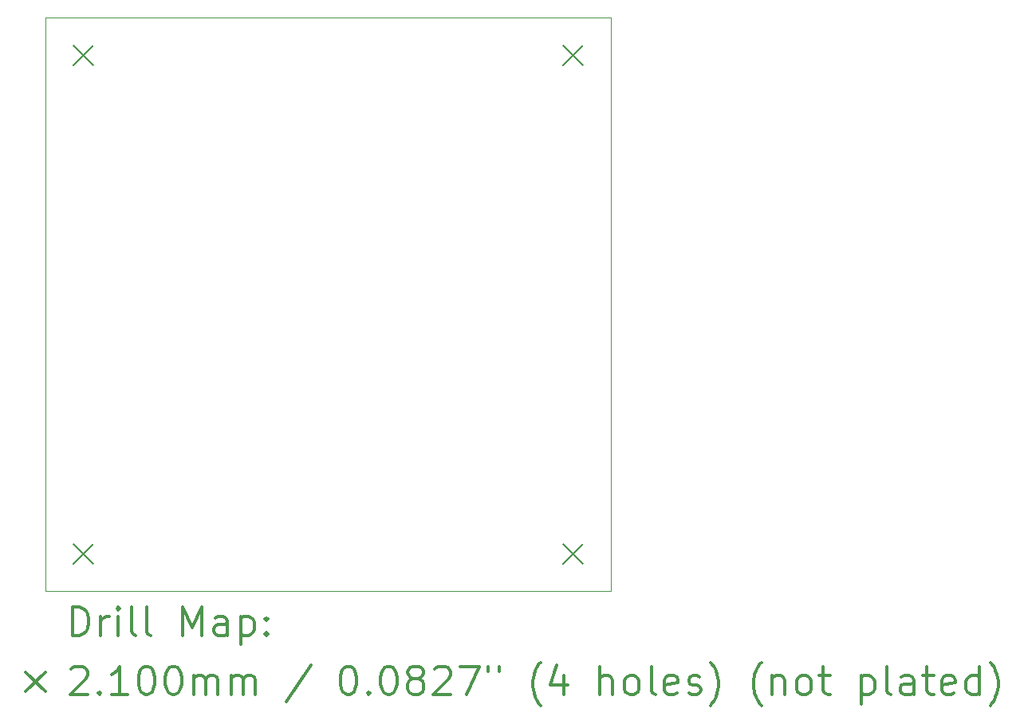
<source format=gbr>
%FSLAX45Y45*%
G04 Gerber Fmt 4.5, Leading zero omitted, Abs format (unit mm)*
G04 Created by KiCad (PCBNEW 5.1.10-88a1d61d58~88~ubuntu20.10.1) date 2021-05-12 21:52:31*
%MOMM*%
%LPD*%
G01*
G04 APERTURE LIST*
%TA.AperFunction,Profile*%
%ADD10C,0.050000*%
%TD*%
%ADD11C,0.200000*%
%ADD12C,0.300000*%
G04 APERTURE END LIST*
D10*
X7000000Y-4000000D02*
X7000000Y-10100000D01*
X13000000Y-4000000D02*
X7000000Y-4000000D01*
X13000000Y-10100000D02*
X13000000Y-4000000D01*
X7000000Y-10100000D02*
X13000000Y-10100000D01*
D11*
X7295000Y-4295000D02*
X7505000Y-4505000D01*
X7505000Y-4295000D02*
X7295000Y-4505000D01*
X7295000Y-9595000D02*
X7505000Y-9805000D01*
X7505000Y-9595000D02*
X7295000Y-9805000D01*
X12495000Y-4295000D02*
X12705000Y-4505000D01*
X12705000Y-4295000D02*
X12495000Y-4505000D01*
X12495000Y-9595000D02*
X12705000Y-9805000D01*
X12705000Y-9595000D02*
X12495000Y-9805000D01*
D12*
X7283928Y-10568214D02*
X7283928Y-10268214D01*
X7355357Y-10268214D01*
X7398214Y-10282500D01*
X7426786Y-10311072D01*
X7441071Y-10339643D01*
X7455357Y-10396786D01*
X7455357Y-10439643D01*
X7441071Y-10496786D01*
X7426786Y-10525357D01*
X7398214Y-10553929D01*
X7355357Y-10568214D01*
X7283928Y-10568214D01*
X7583928Y-10568214D02*
X7583928Y-10368214D01*
X7583928Y-10425357D02*
X7598214Y-10396786D01*
X7612500Y-10382500D01*
X7641071Y-10368214D01*
X7669643Y-10368214D01*
X7769643Y-10568214D02*
X7769643Y-10368214D01*
X7769643Y-10268214D02*
X7755357Y-10282500D01*
X7769643Y-10296786D01*
X7783928Y-10282500D01*
X7769643Y-10268214D01*
X7769643Y-10296786D01*
X7955357Y-10568214D02*
X7926786Y-10553929D01*
X7912500Y-10525357D01*
X7912500Y-10268214D01*
X8112500Y-10568214D02*
X8083928Y-10553929D01*
X8069643Y-10525357D01*
X8069643Y-10268214D01*
X8455357Y-10568214D02*
X8455357Y-10268214D01*
X8555357Y-10482500D01*
X8655357Y-10268214D01*
X8655357Y-10568214D01*
X8926786Y-10568214D02*
X8926786Y-10411072D01*
X8912500Y-10382500D01*
X8883928Y-10368214D01*
X8826786Y-10368214D01*
X8798214Y-10382500D01*
X8926786Y-10553929D02*
X8898214Y-10568214D01*
X8826786Y-10568214D01*
X8798214Y-10553929D01*
X8783928Y-10525357D01*
X8783928Y-10496786D01*
X8798214Y-10468214D01*
X8826786Y-10453929D01*
X8898214Y-10453929D01*
X8926786Y-10439643D01*
X9069643Y-10368214D02*
X9069643Y-10668214D01*
X9069643Y-10382500D02*
X9098214Y-10368214D01*
X9155357Y-10368214D01*
X9183928Y-10382500D01*
X9198214Y-10396786D01*
X9212500Y-10425357D01*
X9212500Y-10511072D01*
X9198214Y-10539643D01*
X9183928Y-10553929D01*
X9155357Y-10568214D01*
X9098214Y-10568214D01*
X9069643Y-10553929D01*
X9341071Y-10539643D02*
X9355357Y-10553929D01*
X9341071Y-10568214D01*
X9326786Y-10553929D01*
X9341071Y-10539643D01*
X9341071Y-10568214D01*
X9341071Y-10382500D02*
X9355357Y-10396786D01*
X9341071Y-10411072D01*
X9326786Y-10396786D01*
X9341071Y-10382500D01*
X9341071Y-10411072D01*
X6787500Y-10957500D02*
X6997500Y-11167500D01*
X6997500Y-10957500D02*
X6787500Y-11167500D01*
X7269643Y-10926786D02*
X7283928Y-10912500D01*
X7312500Y-10898214D01*
X7383928Y-10898214D01*
X7412500Y-10912500D01*
X7426786Y-10926786D01*
X7441071Y-10955357D01*
X7441071Y-10983929D01*
X7426786Y-11026786D01*
X7255357Y-11198214D01*
X7441071Y-11198214D01*
X7569643Y-11169643D02*
X7583928Y-11183929D01*
X7569643Y-11198214D01*
X7555357Y-11183929D01*
X7569643Y-11169643D01*
X7569643Y-11198214D01*
X7869643Y-11198214D02*
X7698214Y-11198214D01*
X7783928Y-11198214D02*
X7783928Y-10898214D01*
X7755357Y-10941072D01*
X7726786Y-10969643D01*
X7698214Y-10983929D01*
X8055357Y-10898214D02*
X8083928Y-10898214D01*
X8112500Y-10912500D01*
X8126786Y-10926786D01*
X8141071Y-10955357D01*
X8155357Y-11012500D01*
X8155357Y-11083929D01*
X8141071Y-11141072D01*
X8126786Y-11169643D01*
X8112500Y-11183929D01*
X8083928Y-11198214D01*
X8055357Y-11198214D01*
X8026786Y-11183929D01*
X8012500Y-11169643D01*
X7998214Y-11141072D01*
X7983928Y-11083929D01*
X7983928Y-11012500D01*
X7998214Y-10955357D01*
X8012500Y-10926786D01*
X8026786Y-10912500D01*
X8055357Y-10898214D01*
X8341071Y-10898214D02*
X8369643Y-10898214D01*
X8398214Y-10912500D01*
X8412500Y-10926786D01*
X8426786Y-10955357D01*
X8441071Y-11012500D01*
X8441071Y-11083929D01*
X8426786Y-11141072D01*
X8412500Y-11169643D01*
X8398214Y-11183929D01*
X8369643Y-11198214D01*
X8341071Y-11198214D01*
X8312500Y-11183929D01*
X8298214Y-11169643D01*
X8283928Y-11141072D01*
X8269643Y-11083929D01*
X8269643Y-11012500D01*
X8283928Y-10955357D01*
X8298214Y-10926786D01*
X8312500Y-10912500D01*
X8341071Y-10898214D01*
X8569643Y-11198214D02*
X8569643Y-10998214D01*
X8569643Y-11026786D02*
X8583928Y-11012500D01*
X8612500Y-10998214D01*
X8655357Y-10998214D01*
X8683928Y-11012500D01*
X8698214Y-11041072D01*
X8698214Y-11198214D01*
X8698214Y-11041072D02*
X8712500Y-11012500D01*
X8741071Y-10998214D01*
X8783928Y-10998214D01*
X8812500Y-11012500D01*
X8826786Y-11041072D01*
X8826786Y-11198214D01*
X8969643Y-11198214D02*
X8969643Y-10998214D01*
X8969643Y-11026786D02*
X8983928Y-11012500D01*
X9012500Y-10998214D01*
X9055357Y-10998214D01*
X9083928Y-11012500D01*
X9098214Y-11041072D01*
X9098214Y-11198214D01*
X9098214Y-11041072D02*
X9112500Y-11012500D01*
X9141071Y-10998214D01*
X9183928Y-10998214D01*
X9212500Y-11012500D01*
X9226786Y-11041072D01*
X9226786Y-11198214D01*
X9812500Y-10883929D02*
X9555357Y-11269643D01*
X10198214Y-10898214D02*
X10226786Y-10898214D01*
X10255357Y-10912500D01*
X10269643Y-10926786D01*
X10283928Y-10955357D01*
X10298214Y-11012500D01*
X10298214Y-11083929D01*
X10283928Y-11141072D01*
X10269643Y-11169643D01*
X10255357Y-11183929D01*
X10226786Y-11198214D01*
X10198214Y-11198214D01*
X10169643Y-11183929D01*
X10155357Y-11169643D01*
X10141071Y-11141072D01*
X10126786Y-11083929D01*
X10126786Y-11012500D01*
X10141071Y-10955357D01*
X10155357Y-10926786D01*
X10169643Y-10912500D01*
X10198214Y-10898214D01*
X10426786Y-11169643D02*
X10441071Y-11183929D01*
X10426786Y-11198214D01*
X10412500Y-11183929D01*
X10426786Y-11169643D01*
X10426786Y-11198214D01*
X10626786Y-10898214D02*
X10655357Y-10898214D01*
X10683928Y-10912500D01*
X10698214Y-10926786D01*
X10712500Y-10955357D01*
X10726786Y-11012500D01*
X10726786Y-11083929D01*
X10712500Y-11141072D01*
X10698214Y-11169643D01*
X10683928Y-11183929D01*
X10655357Y-11198214D01*
X10626786Y-11198214D01*
X10598214Y-11183929D01*
X10583928Y-11169643D01*
X10569643Y-11141072D01*
X10555357Y-11083929D01*
X10555357Y-11012500D01*
X10569643Y-10955357D01*
X10583928Y-10926786D01*
X10598214Y-10912500D01*
X10626786Y-10898214D01*
X10898214Y-11026786D02*
X10869643Y-11012500D01*
X10855357Y-10998214D01*
X10841071Y-10969643D01*
X10841071Y-10955357D01*
X10855357Y-10926786D01*
X10869643Y-10912500D01*
X10898214Y-10898214D01*
X10955357Y-10898214D01*
X10983928Y-10912500D01*
X10998214Y-10926786D01*
X11012500Y-10955357D01*
X11012500Y-10969643D01*
X10998214Y-10998214D01*
X10983928Y-11012500D01*
X10955357Y-11026786D01*
X10898214Y-11026786D01*
X10869643Y-11041072D01*
X10855357Y-11055357D01*
X10841071Y-11083929D01*
X10841071Y-11141072D01*
X10855357Y-11169643D01*
X10869643Y-11183929D01*
X10898214Y-11198214D01*
X10955357Y-11198214D01*
X10983928Y-11183929D01*
X10998214Y-11169643D01*
X11012500Y-11141072D01*
X11012500Y-11083929D01*
X10998214Y-11055357D01*
X10983928Y-11041072D01*
X10955357Y-11026786D01*
X11126786Y-10926786D02*
X11141071Y-10912500D01*
X11169643Y-10898214D01*
X11241071Y-10898214D01*
X11269643Y-10912500D01*
X11283928Y-10926786D01*
X11298214Y-10955357D01*
X11298214Y-10983929D01*
X11283928Y-11026786D01*
X11112500Y-11198214D01*
X11298214Y-11198214D01*
X11398214Y-10898214D02*
X11598214Y-10898214D01*
X11469643Y-11198214D01*
X11698214Y-10898214D02*
X11698214Y-10955357D01*
X11812500Y-10898214D02*
X11812500Y-10955357D01*
X12255357Y-11312500D02*
X12241071Y-11298214D01*
X12212500Y-11255357D01*
X12198214Y-11226786D01*
X12183928Y-11183929D01*
X12169643Y-11112500D01*
X12169643Y-11055357D01*
X12183928Y-10983929D01*
X12198214Y-10941072D01*
X12212500Y-10912500D01*
X12241071Y-10869643D01*
X12255357Y-10855357D01*
X12498214Y-10998214D02*
X12498214Y-11198214D01*
X12426786Y-10883929D02*
X12355357Y-11098214D01*
X12541071Y-11098214D01*
X12883928Y-11198214D02*
X12883928Y-10898214D01*
X13012500Y-11198214D02*
X13012500Y-11041072D01*
X12998214Y-11012500D01*
X12969643Y-10998214D01*
X12926786Y-10998214D01*
X12898214Y-11012500D01*
X12883928Y-11026786D01*
X13198214Y-11198214D02*
X13169643Y-11183929D01*
X13155357Y-11169643D01*
X13141071Y-11141072D01*
X13141071Y-11055357D01*
X13155357Y-11026786D01*
X13169643Y-11012500D01*
X13198214Y-10998214D01*
X13241071Y-10998214D01*
X13269643Y-11012500D01*
X13283928Y-11026786D01*
X13298214Y-11055357D01*
X13298214Y-11141072D01*
X13283928Y-11169643D01*
X13269643Y-11183929D01*
X13241071Y-11198214D01*
X13198214Y-11198214D01*
X13469643Y-11198214D02*
X13441071Y-11183929D01*
X13426786Y-11155357D01*
X13426786Y-10898214D01*
X13698214Y-11183929D02*
X13669643Y-11198214D01*
X13612500Y-11198214D01*
X13583928Y-11183929D01*
X13569643Y-11155357D01*
X13569643Y-11041072D01*
X13583928Y-11012500D01*
X13612500Y-10998214D01*
X13669643Y-10998214D01*
X13698214Y-11012500D01*
X13712500Y-11041072D01*
X13712500Y-11069643D01*
X13569643Y-11098214D01*
X13826786Y-11183929D02*
X13855357Y-11198214D01*
X13912500Y-11198214D01*
X13941071Y-11183929D01*
X13955357Y-11155357D01*
X13955357Y-11141072D01*
X13941071Y-11112500D01*
X13912500Y-11098214D01*
X13869643Y-11098214D01*
X13841071Y-11083929D01*
X13826786Y-11055357D01*
X13826786Y-11041072D01*
X13841071Y-11012500D01*
X13869643Y-10998214D01*
X13912500Y-10998214D01*
X13941071Y-11012500D01*
X14055357Y-11312500D02*
X14069643Y-11298214D01*
X14098214Y-11255357D01*
X14112500Y-11226786D01*
X14126786Y-11183929D01*
X14141071Y-11112500D01*
X14141071Y-11055357D01*
X14126786Y-10983929D01*
X14112500Y-10941072D01*
X14098214Y-10912500D01*
X14069643Y-10869643D01*
X14055357Y-10855357D01*
X14598214Y-11312500D02*
X14583928Y-11298214D01*
X14555357Y-11255357D01*
X14541071Y-11226786D01*
X14526786Y-11183929D01*
X14512500Y-11112500D01*
X14512500Y-11055357D01*
X14526786Y-10983929D01*
X14541071Y-10941072D01*
X14555357Y-10912500D01*
X14583928Y-10869643D01*
X14598214Y-10855357D01*
X14712500Y-10998214D02*
X14712500Y-11198214D01*
X14712500Y-11026786D02*
X14726786Y-11012500D01*
X14755357Y-10998214D01*
X14798214Y-10998214D01*
X14826786Y-11012500D01*
X14841071Y-11041072D01*
X14841071Y-11198214D01*
X15026786Y-11198214D02*
X14998214Y-11183929D01*
X14983928Y-11169643D01*
X14969643Y-11141072D01*
X14969643Y-11055357D01*
X14983928Y-11026786D01*
X14998214Y-11012500D01*
X15026786Y-10998214D01*
X15069643Y-10998214D01*
X15098214Y-11012500D01*
X15112500Y-11026786D01*
X15126786Y-11055357D01*
X15126786Y-11141072D01*
X15112500Y-11169643D01*
X15098214Y-11183929D01*
X15069643Y-11198214D01*
X15026786Y-11198214D01*
X15212500Y-10998214D02*
X15326786Y-10998214D01*
X15255357Y-10898214D02*
X15255357Y-11155357D01*
X15269643Y-11183929D01*
X15298214Y-11198214D01*
X15326786Y-11198214D01*
X15655357Y-10998214D02*
X15655357Y-11298214D01*
X15655357Y-11012500D02*
X15683928Y-10998214D01*
X15741071Y-10998214D01*
X15769643Y-11012500D01*
X15783928Y-11026786D01*
X15798214Y-11055357D01*
X15798214Y-11141072D01*
X15783928Y-11169643D01*
X15769643Y-11183929D01*
X15741071Y-11198214D01*
X15683928Y-11198214D01*
X15655357Y-11183929D01*
X15969643Y-11198214D02*
X15941071Y-11183929D01*
X15926786Y-11155357D01*
X15926786Y-10898214D01*
X16212500Y-11198214D02*
X16212500Y-11041072D01*
X16198214Y-11012500D01*
X16169643Y-10998214D01*
X16112500Y-10998214D01*
X16083928Y-11012500D01*
X16212500Y-11183929D02*
X16183928Y-11198214D01*
X16112500Y-11198214D01*
X16083928Y-11183929D01*
X16069643Y-11155357D01*
X16069643Y-11126786D01*
X16083928Y-11098214D01*
X16112500Y-11083929D01*
X16183928Y-11083929D01*
X16212500Y-11069643D01*
X16312500Y-10998214D02*
X16426786Y-10998214D01*
X16355357Y-10898214D02*
X16355357Y-11155357D01*
X16369643Y-11183929D01*
X16398214Y-11198214D01*
X16426786Y-11198214D01*
X16641071Y-11183929D02*
X16612500Y-11198214D01*
X16555357Y-11198214D01*
X16526786Y-11183929D01*
X16512500Y-11155357D01*
X16512500Y-11041072D01*
X16526786Y-11012500D01*
X16555357Y-10998214D01*
X16612500Y-10998214D01*
X16641071Y-11012500D01*
X16655357Y-11041072D01*
X16655357Y-11069643D01*
X16512500Y-11098214D01*
X16912500Y-11198214D02*
X16912500Y-10898214D01*
X16912500Y-11183929D02*
X16883928Y-11198214D01*
X16826786Y-11198214D01*
X16798214Y-11183929D01*
X16783928Y-11169643D01*
X16769643Y-11141072D01*
X16769643Y-11055357D01*
X16783928Y-11026786D01*
X16798214Y-11012500D01*
X16826786Y-10998214D01*
X16883928Y-10998214D01*
X16912500Y-11012500D01*
X17026786Y-11312500D02*
X17041071Y-11298214D01*
X17069643Y-11255357D01*
X17083928Y-11226786D01*
X17098214Y-11183929D01*
X17112500Y-11112500D01*
X17112500Y-11055357D01*
X17098214Y-10983929D01*
X17083928Y-10941072D01*
X17069643Y-10912500D01*
X17041071Y-10869643D01*
X17026786Y-10855357D01*
M02*

</source>
